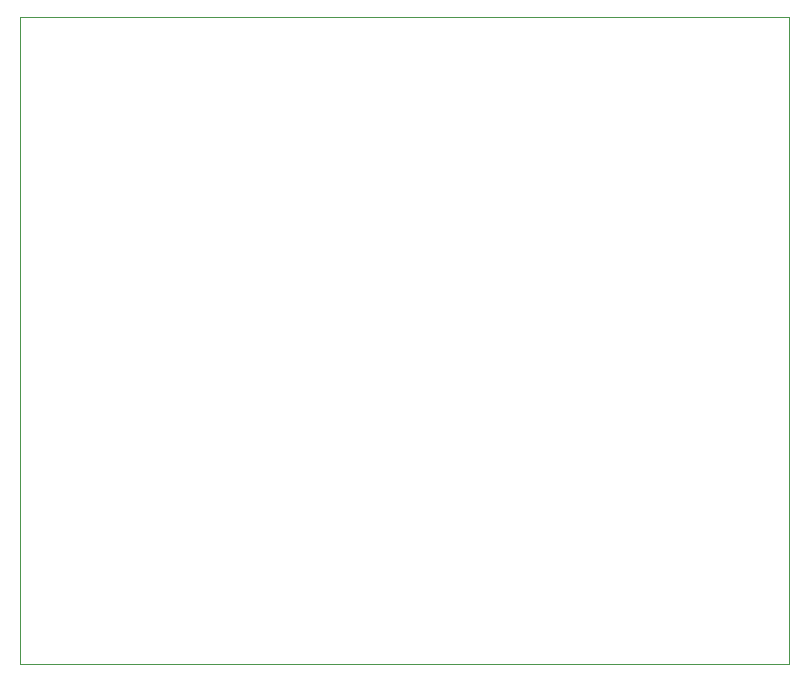
<source format=gbr>
%TF.GenerationSoftware,KiCad,Pcbnew,(6.0.11-0)*%
%TF.CreationDate,2023-03-27T22:19:29-07:00*%
%TF.ProjectId,LED,4c45442e-6b69-4636-9164-5f7063625858,rev?*%
%TF.SameCoordinates,Original*%
%TF.FileFunction,Profile,NP*%
%FSLAX46Y46*%
G04 Gerber Fmt 4.6, Leading zero omitted, Abs format (unit mm)*
G04 Created by KiCad (PCBNEW (6.0.11-0)) date 2023-03-27 22:19:29*
%MOMM*%
%LPD*%
G01*
G04 APERTURE LIST*
%TA.AperFunction,Profile*%
%ADD10C,0.100000*%
%TD*%
G04 APERTURE END LIST*
D10*
X135128000Y-60000000D02*
X70000000Y-60000000D01*
X70000000Y-60000000D02*
X70000000Y-114808000D01*
X70000000Y-114808000D02*
X135128000Y-114808000D01*
X135128000Y-114808000D02*
X135128000Y-60000000D01*
M02*

</source>
